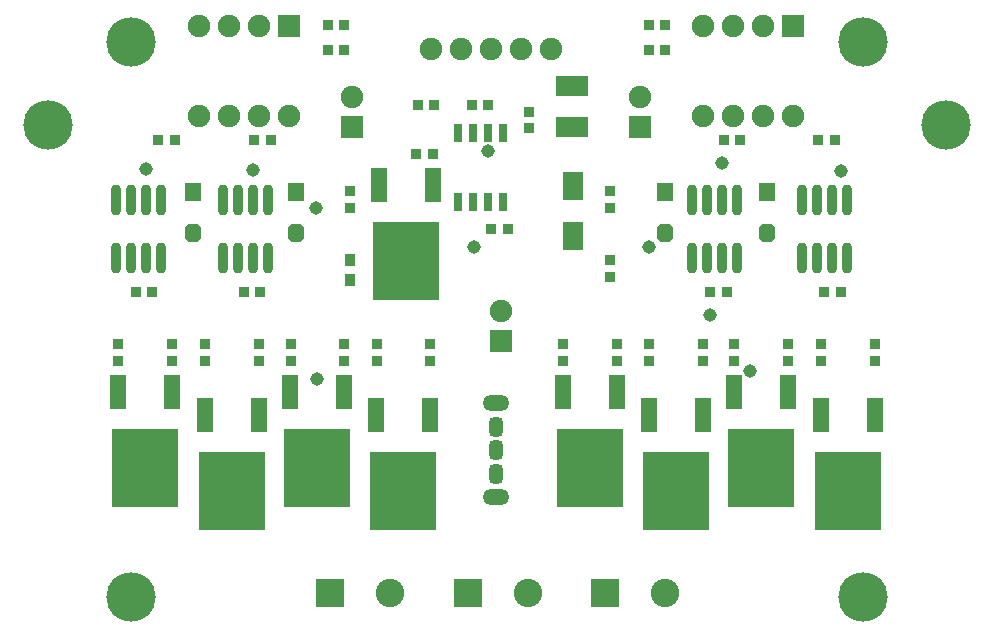
<source format=gts>
G04*
G04 #@! TF.GenerationSoftware,Altium Limited,Altium Designer,18.1.4 (159)*
G04*
G04 Layer_Color=8388736*
%FSLAX24Y24*%
%MOIN*%
G70*
G01*
G75*
%ADD28R,0.0550X0.0600*%
G04:AMPARAMS|DCode=29|XSize=60mil|YSize=55mil|CornerRadius=0mil|HoleSize=0mil|Usage=FLASHONLY|Rotation=270.000|XOffset=0mil|YOffset=0mil|HoleType=Round|Shape=Octagon|*
%AMOCTAGOND29*
4,1,8,-0.0138,-0.0300,0.0138,-0.0300,0.0275,-0.0163,0.0275,0.0163,0.0138,0.0300,-0.0138,0.0300,-0.0275,0.0163,-0.0275,-0.0163,-0.0138,-0.0300,0.0*
%
%ADD29OCTAGOND29*%

%ADD30R,0.0660X0.0975*%
%ADD31R,0.0326X0.0444*%
%ADD32R,0.1050X0.0650*%
%ADD33R,0.0350X0.0350*%
%ADD34R,0.0286X0.0601*%
%ADD35R,0.0542X0.1172*%
%ADD36R,0.2235X0.2609*%
%ADD37O,0.0326X0.1034*%
%ADD38R,0.0350X0.0350*%
%ADD39C,0.0750*%
%ADD40R,0.0750X0.0750*%
%ADD41C,0.0950*%
%ADD42R,0.0950X0.0950*%
G04:AMPARAMS|DCode=43|XSize=64.1mil|YSize=44.4mil|CornerRadius=12.3mil|HoleSize=0mil|Usage=FLASHONLY|Rotation=270.000|XOffset=0mil|YOffset=0mil|HoleType=Round|Shape=RoundedRectangle|*
%AMROUNDEDRECTD43*
21,1,0.0641,0.0197,0,0,270.0*
21,1,0.0394,0.0444,0,0,270.0*
1,1,0.0247,-0.0098,-0.0197*
1,1,0.0247,-0.0098,0.0197*
1,1,0.0247,0.0098,0.0197*
1,1,0.0247,0.0098,-0.0197*
%
%ADD43ROUNDEDRECTD43*%
%ADD44O,0.0877X0.0522*%
%ADD45C,0.0450*%
%ADD46C,0.1650*%
D28*
X5650Y14675D02*
D03*
X-6650D02*
D03*
X-10100D02*
D03*
X9050D02*
D03*
D29*
X5650Y13325D02*
D03*
X-6650D02*
D03*
X-10100D02*
D03*
X9050D02*
D03*
D30*
X2577Y13204D02*
D03*
Y14896D02*
D03*
D31*
X-4852Y11756D02*
D03*
Y12425D02*
D03*
D32*
X2550Y18200D02*
D03*
Y16850D02*
D03*
D33*
X5650Y19400D02*
D03*
X5100D02*
D03*
X400Y13444D02*
D03*
X-150D02*
D03*
X-2100Y15950D02*
D03*
X-2650D02*
D03*
X-8403Y11342D02*
D03*
X-7853D02*
D03*
X-12003D02*
D03*
X-11453D02*
D03*
X10947D02*
D03*
X11497D02*
D03*
X7147D02*
D03*
X7697D02*
D03*
X-8050Y16410D02*
D03*
X-7500D02*
D03*
X-10700D02*
D03*
X-11250D02*
D03*
X11300D02*
D03*
X10750D02*
D03*
X7600D02*
D03*
X8150D02*
D03*
X-800Y17579D02*
D03*
X-250D02*
D03*
X-2050D02*
D03*
X-2600D02*
D03*
X-5600Y19400D02*
D03*
X-5050D02*
D03*
X-5600Y20250D02*
D03*
X-5050D02*
D03*
X5650D02*
D03*
X5100D02*
D03*
D34*
X-1250Y14358D02*
D03*
X-750D02*
D03*
X-250D02*
D03*
X250D02*
D03*
Y16642D02*
D03*
X-250D02*
D03*
X-750D02*
D03*
X-1250D02*
D03*
D35*
X-10800Y8024D02*
D03*
X-12595D02*
D03*
X-2205Y7259D02*
D03*
X-4000D02*
D03*
X-9695D02*
D03*
X-7900D02*
D03*
X-5050Y8024D02*
D03*
X-6845D02*
D03*
X10850Y7259D02*
D03*
X12645D02*
D03*
X6895D02*
D03*
X5100D02*
D03*
X7950Y8024D02*
D03*
X9745D02*
D03*
X4045D02*
D03*
X2250D02*
D03*
X-3895Y14915D02*
D03*
X-2100D02*
D03*
D36*
X-11698Y5484D02*
D03*
X-3102Y4719D02*
D03*
X-8798D02*
D03*
X-5948Y5484D02*
D03*
X11748Y4719D02*
D03*
X5998D02*
D03*
X8848Y5484D02*
D03*
X3148D02*
D03*
X-2998Y12375D02*
D03*
D37*
X8050Y14416D02*
D03*
X7550D02*
D03*
X7050D02*
D03*
X6550D02*
D03*
X8050Y12487D02*
D03*
X7550D02*
D03*
X7050D02*
D03*
X6550D02*
D03*
X-7600Y14416D02*
D03*
X-8100D02*
D03*
X-8600D02*
D03*
X-9100D02*
D03*
X-7600Y12487D02*
D03*
X-8100D02*
D03*
X-8600D02*
D03*
X-9100D02*
D03*
X-11150Y14416D02*
D03*
X-11650D02*
D03*
X-12150D02*
D03*
X-12650D02*
D03*
X-11150Y12487D02*
D03*
X-11650D02*
D03*
X-12150D02*
D03*
X-12650D02*
D03*
X11700Y14416D02*
D03*
X11200D02*
D03*
X10700D02*
D03*
X10200D02*
D03*
X11700Y12487D02*
D03*
X11200D02*
D03*
X10700D02*
D03*
X10200D02*
D03*
D38*
X3800Y11850D02*
D03*
Y12400D02*
D03*
X-4852Y14165D02*
D03*
Y14715D02*
D03*
X-3974Y9600D02*
D03*
Y9050D02*
D03*
X-9700Y9600D02*
D03*
Y9050D02*
D03*
X-6830Y9600D02*
D03*
Y9050D02*
D03*
X-12595Y9600D02*
D03*
Y9050D02*
D03*
X10850Y9600D02*
D03*
Y9050D02*
D03*
X5100Y9600D02*
D03*
Y9050D02*
D03*
X7950Y9600D02*
D03*
Y9050D02*
D03*
X2250Y9600D02*
D03*
Y9050D02*
D03*
X-2205D02*
D03*
Y9600D02*
D03*
X-7900Y9050D02*
D03*
Y9600D02*
D03*
X-5050Y9050D02*
D03*
Y9600D02*
D03*
X-10796Y9050D02*
D03*
Y9600D02*
D03*
X12650Y9050D02*
D03*
Y9600D02*
D03*
X9750Y9050D02*
D03*
Y9600D02*
D03*
X6904Y9050D02*
D03*
Y9600D02*
D03*
X4045Y9050D02*
D03*
Y9600D02*
D03*
X1100Y17350D02*
D03*
Y16800D02*
D03*
X3800Y14165D02*
D03*
Y14715D02*
D03*
D39*
X171Y10700D02*
D03*
X1850Y19450D02*
D03*
X850D02*
D03*
X-2150D02*
D03*
X-1150D02*
D03*
X-150D02*
D03*
X6904Y17223D02*
D03*
X7904D02*
D03*
X8904D02*
D03*
X9904D02*
D03*
X6904Y20223D02*
D03*
X7904D02*
D03*
X8904D02*
D03*
X-4800Y17850D02*
D03*
X4800D02*
D03*
X-9900Y17223D02*
D03*
X-8900D02*
D03*
X-7900D02*
D03*
X-6900D02*
D03*
X-9900Y20223D02*
D03*
X-8900D02*
D03*
X-7900D02*
D03*
D40*
X171Y9700D02*
D03*
X9904Y20223D02*
D03*
X-4800Y16850D02*
D03*
X4800D02*
D03*
X-6900Y20223D02*
D03*
D41*
X5650Y1300D02*
D03*
X1061D02*
D03*
X-3528D02*
D03*
D42*
X3650D02*
D03*
X-939D02*
D03*
X-5528D02*
D03*
D43*
X0Y6863D02*
D03*
Y6075D02*
D03*
Y5288D02*
D03*
D44*
Y7650D02*
D03*
Y4500D02*
D03*
D45*
X-11650Y15466D02*
D03*
X-8100Y15411D02*
D03*
X11500Y15377D02*
D03*
X-720Y12850D02*
D03*
X7550Y15650D02*
D03*
X-250Y16050D02*
D03*
X7150Y10592D02*
D03*
X5100Y12850D02*
D03*
X-6000Y14150D02*
D03*
X8461Y8700D02*
D03*
X-5955Y8450D02*
D03*
D46*
X12255Y1181D02*
D03*
X-12155D02*
D03*
X-14911Y16929D02*
D03*
X-12155Y19685D02*
D03*
X12255D02*
D03*
X15011Y16929D02*
D03*
M02*

</source>
